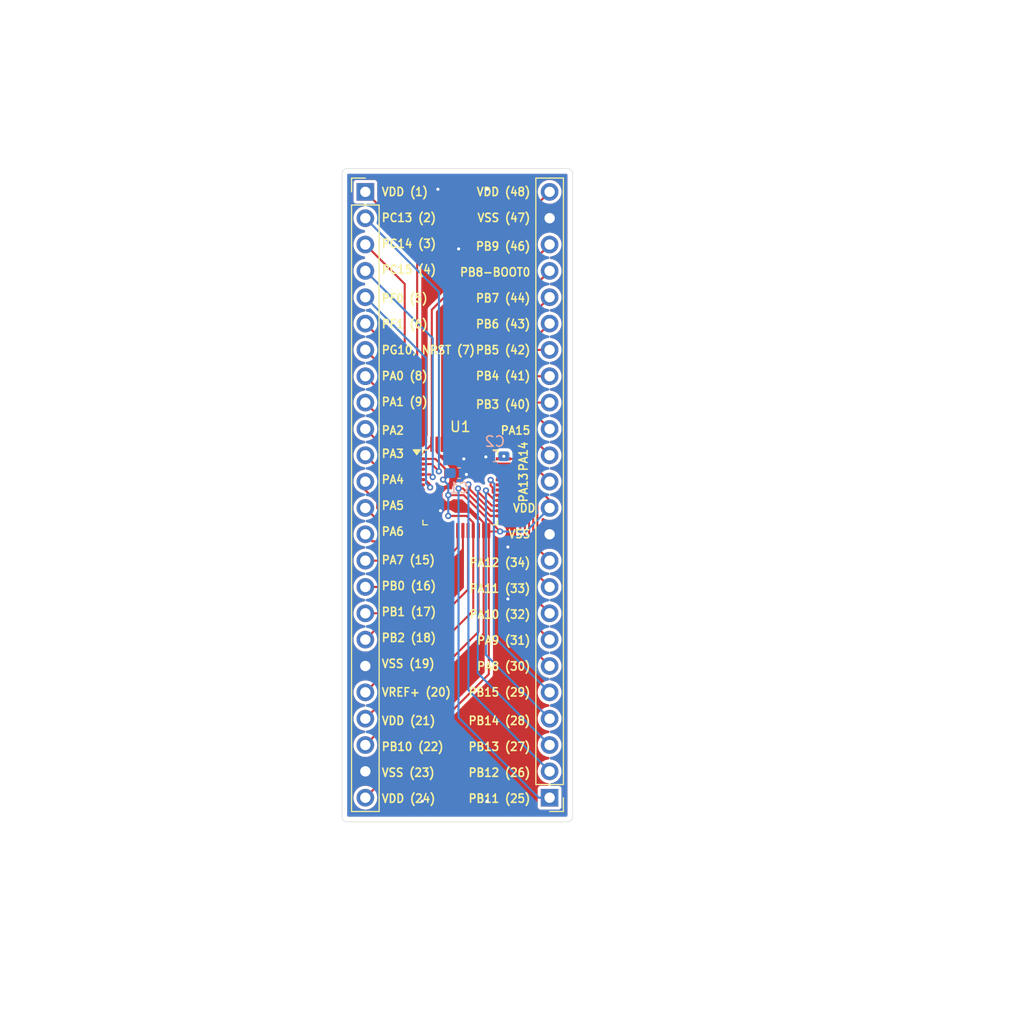
<source format=kicad_pcb>
(kicad_pcb (version 20240108) (generator "pcbnew") (generator_version "8.0")
  (layers (0 "F.Cu" signal) (31 "B.Cu" signal) (34 "B.Paste" user) (35 "F.Paste" user) (36 "B.SilkS" user "B.Silkscreen") (37 "F.SilkS" user "F.Silkscreen") (38 "B.Mask" user) (39 "F.Mask" user) (44 "Edge.Cuts" user))
  (net 0 "")
  (net 1 "Net-(J1-Pin_13)")
  (net 2 "/7")
  (net 3 "Net-(J1-Pin_10)")
  (net 4 "/22")
  (net 5 "Net-(J1-Pin_8)")
  (net 6 "/5")
  (net 7 "/17")
  (net 8 "/2")
  (net 9 "/3")
  (net 10 "Net-(J1-Pin_11)")
  (net 11 "Net-(J1-Pin_15)")
  (net 12 "Net-(J1-Pin_9)")
  (net 13 "Net-(J1-Pin_14)")
  (net 14 "/16")
  (net 15 "/6")
  (net 16 "/18")
  (net 17 "Net-(J1-Pin_12)")
  (net 18 "/4")
  (net 19 "/20")
  (net 20 "/26")
  (net 21 "/25")
  (net 22 "/30")
  (net 23 "/46")
  (net 24 "/45")
  (net 25 "/33")
  (net 26 "/27")
  (net 27 "/32")
  (net 28 "/28")
  (net 29 "/41")
  (net 30 "/37")
  (net 31 "/31")
  (net 32 "/34")
  (net 33 "/29")
  (net 34 "/44")
  (net 35 "/39")
  (net 36 "/40")
  (net 37 "/42")
  (net 38 "/43")
  (net 39 "/38")
  (net 40 "GND")
  (net 41 "VDD")
  (footprint "Connector_PinHeader_2.54mm:PinHeader_1x24_P2.54mm_Vertical" (layer "F.Cu") (at 130 50)
    (property "Reference" "J1" (hide yes))
    (property "Value" "Rail Left")
    (fp_line (start -1.33 -1.33) (end 0 -1.33) (stroke (width 0.12)) (layer "F.SilkS"))
    (fp_line (start -1.33 0) (end -1.33 -1.33) (stroke (width 0.12)) (layer "F.SilkS"))
    (fp_line (start -1.33 1.27) (end -1.33 59.75) (stroke (width 0.12)) (layer "F.SilkS"))
    (fp_line (start -1.33 1.27) (end 1.33 1.27) (stroke (width 0.12)) (layer "F.SilkS"))
    (fp_line (start -1.33 59.75) (end 1.33 59.75) (stroke (width 0.12)) (layer "F.SilkS"))
    (fp_line (start 1.33 1.27) (end 1.33 59.75) (stroke (width 0.12)) (layer "F.SilkS"))
    (pad "1" thru_hole rect (at 0 0) (size 1.7 1.7) (drill 1) (layers "*.Cu" "*.Mask") (net 41 "VDD"))
    (pad "2" thru_hole oval (at 0 2.54) (size 1.7 1.7) (drill 1) (layers "*.Cu" "*.Mask") (net 8 "/2"))
    (pad "3" thru_hole oval (at 0 5.08) (size 1.7 1.7) (drill 1) (layers "*.Cu" "*.Mask") (net 9 "/3"))
    (pad "4" thru_hole oval (at 0 7.62) (size 1.7 1.7) (drill 1) (layers "*.Cu" "*.Mask") (net 18 "/4"))
    (pad "5" thru_hole oval (at 0 10.16) (size 1.7 1.7) (drill 1) (layers "*.Cu" "*.Mask") (net 6 "/5"))
    (pad "6" thru_hole oval (at 0 12.7) (size 1.7 1.7) (drill 1) (layers "*.Cu" "*.Mask") (net 15 "/6"))
    (pad "7" thru_hole oval (at 0 15.24) (size 1.7 1.7) (drill 1) (layers "*.Cu" "*.Mask") (net 2 "/7"))
    (pad "8" thru_hole oval (at 0 17.78) (size 1.7 1.7) (drill 1) (layers "*.Cu" "*.Mask") (net 5 "Net-(J1-Pin_8)"))
    (pad "9" thru_hole oval (at 0 20.32) (size 1.7 1.7) (drill 1) (layers "*.Cu" "*.Mask") (net 12 "Net-(J1-Pin_9)"))
    (pad "10" thru_hole oval (at 0 22.86) (size 1.7 1.7) (drill 1) (layers "*.Cu" "*.Mask") (net 3 "Net-(J1-Pin_10)"))
    (pad "11" thru_hole oval (at 0 25.4) (size 1.7 1.7) (drill 1) (layers "*.Cu" "*.Mask") (net 10 "Net-(J1-Pin_11)"))
    (pad "12" thru_hole oval (at 0 27.94) (size 1.7 1.7) (drill 1) (layers "*.Cu" "*.Mask") (net 17 "Net-(J1-Pin_12)"))
    (pad "13" thru_hole oval (at 0 30.48) (size 1.7 1.7) (drill 1) (layers "*.Cu" "*.Mask") (net 1 "Net-(J1-Pin_13)"))
    (pad "14" thru_hole oval (at 0 33.02) (size 1.7 1.7) (drill 1) (layers "*.Cu" "*.Mask") (net 13 "Net-(J1-Pin_14)"))
    (pad "15" thru_hole oval (at 0 35.56) (size 1.7 1.7) (drill 1) (layers "*.Cu" "*.Mask") (net 11 "Net-(J1-Pin_15)"))
    (pad "16" thru_hole oval (at 0 38.1) (size 1.7 1.7) (drill 1) (layers "*.Cu" "*.Mask") (net 14 "/16"))
    (pad "17" thru_hole oval (at 0 40.64) (size 1.7 1.7) (drill 1) (layers "*.Cu" "*.Mask") (net 7 "/17"))
    (pad "18" thru_hole oval (at 0 43.18) (size 1.7 1.7) (drill 1) (layers "*.Cu" "*.Mask") (net 16 "/18"))
    (pad "19" thru_hole oval (at 0 45.72) (size 1.7 1.7) (drill 1) (layers "*.Cu" "*.Mask") (net 40 "GND"))
    (pad "20" thru_hole oval (at 0 48.26) (size 1.7 1.7) (drill 1) (layers "*.Cu" "*.Mask") (net 19 "/20"))
    (pad "21" thru_hole oval (at 0 50.8) (size 1.7 1.7) (drill 1) (layers "*.Cu" "*.Mask") (net 41 "VDD"))
    (pad "22" thru_hole oval (at 0 53.34) (size 1.7 1.7) (drill 1) (layers "*.Cu" "*.Mask") (net 4 "/22"))
    (pad "23" thru_hole oval (at 0 55.88) (size 1.7 1.7) (drill 1) (layers "*.Cu" "*.Mask") (net 40 "GND"))
    (pad "24" thru_hole oval (at 0 58.42) (size 1.7 1.7) (drill 1) (layers "*.Cu" "*.Mask") (net 41 "VDD"))
  )
  (footprint "Connector_PinHeader_2.54mm:PinHeader_1x24_P2.54mm_Vertical" (layer "F.Cu") (at 147.78 50 180)
    (property "Reference" "J2" (hide yes))
    (property "Value" "Rail Right")
    (fp_line (start 1.33 -57.15) (end 1.33 1.33) (stroke (width 0.12)) (layer "F.SilkS"))
    (fp_line (start -1.33 1.33) (end 1.33 1.33) (stroke (width 0.12)) (layer "F.SilkS"))
    (fp_line (start -1.33 -57.15) (end 1.33 -57.15) (stroke (width 0.12)) (layer "F.SilkS"))
    (fp_line (start -1.33 -57.15) (end -1.33 1.33) (stroke (width 0.12)) (layer "F.SilkS"))
    (fp_line (start -1.33 -58.42) (end -1.33 -59.75) (stroke (width 0.12)) (layer "F.SilkS"))
    (fp_line (start -1.33 -59.75) (end 0 -59.75) (stroke (width 0.12)) (layer "F.SilkS"))
    (pad "1" thru_hole rect (at 0 -58.42 180) (size 1.7 1.7) (drill 1) (layers "*.Cu" "*.Mask") (net 21 "/25"))
    (pad "2" thru_hole oval (at 0 -55.88 180) (size 1.7 1.7) (drill 1) (layers "*.Cu" "*.Mask") (net 20 "/26"))
    (pad "3" thru_hole oval (at 0 -53.34 180) (size 1.7 1.7) (drill 1) (layers "*.Cu" "*.Mask") (net 26 "/27"))
    (pad "4" thru_hole oval (at 0 -50.8 180) (size 1.7 1.7) (drill 1) (layers "*.Cu" "*.Mask") (net 28 "/28"))
    (pad "5" thru_hole oval (at 0 -48.26 180) (size 1.7 1.7) (drill 1) (layers "*.Cu" "*.Mask") (net 33 "/29"))
    (pad "6" thru_hole oval (at 0 -45.72 180) (size 1.7 1.7) (drill 1) (layers "*.Cu" "*.Mask") (net 22 "/30"))
    (pad "7" thru_hole oval (at 0 -43.18 180) (size 1.7 1.7) (drill 1) (layers "*.Cu" "*.Mask") (net 31 "/31"))
    (pad "8" thru_hole oval (at 0 -40.64 180) (size 1.7 1.7) (drill 1) (layers "*.Cu" "*.Mask") (net 27 "/32"))
    (pad "9" thru_hole oval (at 0 -38.1 180) (size 1.7 1.7) (drill 1) (layers "*.Cu" "*.Mask") (net 25 "/33"))
    (pad "10" thru_hole oval (at 0 -35.56 180) (size 1.7 1.7) (drill 1) (layers "*.Cu" "*.Mask") (net 32 "/34"))
    (pad "11" thru_hole oval (at 0 -33.02 180) (size 1.7 1.7) (drill 1) (layers "*.Cu" "*.Mask") (net 40 "GND"))
    (pad "12" thru_hole oval (at 0 -30.48 180) (size 1.7 1.7) (drill 1) (layers "*.Cu" "*.Mask") (net 41 "VDD"))
    (pad "13" thru_hole oval (at 0 -27.94 180) (size 1.7 1.7) (drill 1) (layers "*.Cu" "*.Mask") (net 30 "/37"))
    (pad "14" thru_hole oval (at 0 -25.4 180) (size 1.7 1.7) (drill 1) (layers "*.Cu" "*.Mask") (net 39 "/38"))
    (pad "15" thru_hole oval (at 0 -22.86 180) (size 1.7 1.7) (drill 1) (layers "*.Cu" "*.Mask") (net 35 "/39"))
    (pad "16" thru_hole oval (at 0 -20.32 180) (size 1.7 1.7) (drill 1) (layers "*.Cu" "*.Mask") (net 36 "/40"))
    (pad "17" thru_hole oval (at 0 -17.78 180) (size 1.7 1.7) (drill 1) (layers "*.Cu" "*.Mask") (net 29 "/41"))
    (pad "18" thru_hole oval (at 0 -15.24 180) (size 1.7 1.7) (drill 1) (layers "*.Cu" "*.Mask") (net 37 "/42"))
    (pad "19" thru_hole oval (at 0 -12.7 180) (size 1.7 1.7) (drill 1) (layers "*.Cu" "*.Mask") (net 38 "/43"))
    (pad "20" thru_hole oval (at 0 -10.16 180) (size 1.7 1.7) (drill 1) (layers "*.Cu" "*.Mask") (net 34 "/44"))
    (pad "21" thru_hole oval (at 0 -7.62 180) (size 1.7 1.7) (drill 1) (layers "*.Cu" "*.Mask") (net 24 "/45"))
    (pad "22" thru_hole oval (at 0 -5.08 180) (size 1.7 1.7) (drill 1) (layers "*.Cu" "*.Mask") (net 23 "/46"))
    (pad "23" thru_hole oval (at 0 -2.54 180) (size 1.7 1.7) (drill 1) (layers "*.Cu" "*.Mask") (net 40 "GND"))
    (pad "24" thru_hole oval (at 0 0 180) (size 1.7 1.7) (drill 1) (layers "*.Cu" "*.Mask") (net 41 "VDD"))
  )
  (footprint "Package_QFP:LQFP-48_7x7mm_P0.5mm" (layer "F.Cu") (at 139.1625 78.5)
    (property "Reference" "U1" (at 0 -5.85 0) (layer "F.SilkS"))
    (property "Value" "STM32G431CBTx")
    (fp_line (start -3.61 -3.61) (end -3.61 -3.16) (stroke (width 0.12)) (layer "F.SilkS"))
    (fp_line (start -3.61 3.61) (end -3.61 3.16) (stroke (width 0.12)) (layer "F.SilkS"))
    (fp_line (start -3.16 -3.61) (end -3.61 -3.61) (stroke (width 0.12)) (layer "F.SilkS"))
    (fp_line (start -3.16 3.61) (end -3.61 3.61) (stroke (width 0.12)) (layer "F.SilkS"))
    (fp_line (start 3.16 -3.61) (end 3.61 -3.61) (stroke (width 0.12)) (layer "F.SilkS"))
    (fp_line (start 3.16 3.61) (end 3.61 3.61) (stroke (width 0.12)) (layer "F.SilkS"))
    (fp_line (start 3.61 -3.61) (end 3.61 -3.16) (stroke (width 0.12)) (layer "F.SilkS"))
    (fp_line (start 3.61 3.61) (end 3.61 3.16) (stroke (width 0.12)) (layer "F.SilkS"))
    (fp_poly (pts (xy -4.2 -3.16) (xy -4.54 -3.63) (xy -3.86 -3.63) (xy -4.2 -3.16)) (stroke (width 0.12)) (fill solid) (layer "F.SilkS"))
    (pad "1" smd roundrect (at -4.1625 -2.75) (size 1.475 0.3) (layers "F.Cu" "F.Paste" "F.Mask") (net 41 "VDD"))
    (pad "2" smd roundrect (at -4.1625 -2.25) (size 1.475 0.3) (layers "F.Cu" "F.Paste" "F.Mask") (net 8 "/2"))
    (pad "3" smd roundrect (at -4.1625 -1.75) (size 1.475 0.3) (layers "F.Cu" "F.Paste" "F.Mask") (net 9 "/3"))
    (pad "4" smd roundrect (at -4.1625 -1.25) (size 1.475 0.3) (layers "F.Cu" "F.Paste" "F.Mask") (net 18 "/4"))
    (pad "5" smd roundrect (at -4.1625 -0.75) (size 1.475 0.3) (layers "F.Cu" "F.Paste" "F.Mask") (net 6 "/5"))
    (pad "6" smd roundrect (at -4.1625 -0.25) (size 1.475 0.3) (layers "F.Cu" "F.Paste" "F.Mask") (net 15 "/6"))
    (pad "7" smd roundrect (at -4.1625 0.25) (size 1.475 0.3) (layers "F.Cu" "F.Paste" "F.Mask") (net 2 "/7"))
    (pad "8" smd roundrect (at -4.1625 0.75) (size 1.475 0.3) (layers "F.Cu" "F.Paste" "F.Mask") (net 5 "Net-(J1-Pin_8)"))
    (pad "9" smd roundrect (at -4.1625 1.25) (size 1.475 0.3) (layers "F.Cu" "F.Paste" "F.Mask") (net 12 "Net-(J1-Pin_9)"))
    (pad "10" smd roundrect (at -4.1625 1.75) (size 1.475 0.3) (layers "F.Cu" "F.Paste" "F.Mask") (net 3 "Net-(J1-Pin_10)"))
    (pad "11" smd roundrect (at -4.1625 2.25) (size 1.475 0.3) (layers "F.Cu" "F.Paste" "F.Mask") (net 10 "Net-(J1-Pin_11)"))
    (pad "12" smd roundrect (at -4.1625 2.75) (size 1.475 0.3) (layers "F.Cu" "F.Paste" "F.Mask") (net 17 "Net-(J1-Pin_12)"))
    (pad "13" smd roundrect (at -2.75 4.1625) (size 0.3 1.475) (layers "F.Cu" "F.Paste" "F.Mask") (net 1 "Net-(J1-Pin_13)"))
    (pad "14" smd roundrect (at -2.25 4.1625) (size 0.3 1.475) (layers "F.Cu" "F.Paste" "F.Mask") (net 13 "Net-(J1-Pin_14)"))
    (pad "15" smd roundrect (at -1.75 4.1625) (size 0.3 1.475) (layers "F.Cu" "F.Paste" "F.Mask") (net 11 "Net-(J1-Pin_15)"))
    (pad "16" smd roundrect (at -1.25 4.1625) (size 0.3 1.475) (layers "F.Cu" "F.Paste" "F.Mask") (net 14 "/16"))
    (pad "17" smd roundrect (at -0.75 4.1625) (size 0.3 1.475) (layers "F.Cu" "F.Paste" "F.Mask") (net 7 "/17"))
    (pad "18" smd roundrect (at -0.25 4.1625) (size 0.3 1.475) (layers "F.Cu" "F.Paste" "F.Mask") (net 16 "/18"))
    (pad "19" smd roundrect (at 0.25 4.1625) (size 0.3 1.475) (layers "F.Cu" "F.Paste" "F.Mask") (net 40 "GND"))
    (pad "20" smd roundrect (at 0.75 4.1625) (size 0.3 1.475) (layers "F.Cu" "F.Paste" "F.Mask") (net 19 "/20"))
    (pad "21" smd roundrect (at 1.25 4.1625) (size 0.3 1.475) (layers "F.Cu" "F.Paste" "F.Mask") (net 41 "VDD"))
    (pad "22" smd roundrect (at 1.75 4.1625) (size 0.3 1.475) (layers "F.Cu" "F.Paste" "F.Mask") (net 4 "/22"))
    (pad "23" smd roundrect (at 2.25 4.1625) (size 0.3 1.475) (layers "F.Cu" "F.Paste" "F.Mask") (net 40 "GND"))
    (pad "24" smd roundrect (at 2.75 4.1625) (size 0.3 1.475) (layers "F.Cu" "F.Paste" "F.Mask") (net 41 "VDD"))
    (pad "25" smd roundrect (at 4.1625 2.75) (size 1.475 0.3) (layers "F.Cu" "F.Paste" "F.Mask") (net 21 "/25"))
    (pad "26" smd roundrect (at 4.1625 2.25) (size 1.475 0.3) (layers "F.Cu" "F.Paste" "F.Mask") (net 20 "/26"))
    (pad "27" smd roundrect (at 4.1625 1.75) (size 1.475 0.3) (layers "F.Cu" "F.Paste" "F.Mask") (net 26 "/27"))
    (pad "28" smd roundrect (at 4.1625 1.25) (size 1.475 0.3) (layers "F.Cu" "F.Paste" "F.Mask") (net 28 "/28"))
    (pad "29" smd roundrect (at 4.1625 0.75) (size 1.475 0.3) (layers "F.Cu" "F.Paste" "F.Mask") (net 33 "/29"))
    (pad "30" smd roundrect (at 4.1625 0.25) (size 1.475 0.3) (layers "F.Cu" "F.Paste" "F.Mask") (net 22 "/30"))
    (pad "31" smd roundrect (at 4.1625 -0.25) (size 1.475 0.3) (layers "F.Cu" "F.Paste" "F.Mask") (net 31 "/31"))
    (pad "32" smd roundrect (at 4.1625 -0.75) (size 1.475 0.3) (layers "F.Cu" "F.Paste" "F.Mask") (net 27 "/32"))
    (pad "33" smd roundrect (at 4.1625 -1.25) (size 1.475 0.3) (layers "F.Cu" "F.Paste" "F.Mask") (net 25 "/33"))
    (pad "34" smd roundrect (at 4.1625 -1.75) (size 1.475 0.3) (layers "F.Cu" "F.Paste" "F.Mask") (net 32 "/34"))
    (pad "35" smd roundrect (at 4.1625 -2.25) (size 1.475 0.3) (layers "F.Cu" "F.Paste" "F.Mask") (net 40 "GND"))
    (pad "36" smd roundrect (at 4.1625 -2.75) (size 1.475 0.3) (layers "F.Cu" "F.Paste" "F.Mask") (net 41 "VDD"))
    (pad "37" smd roundrect (at 2.75 -4.1625) (size 0.3 1.475) (layers "F.Cu" "F.Paste" "F.Mask") (net 30 "/37"))
    (pad "38" smd roundrect (at 2.25 -4.1625) (size 0.3 1.475) (layers "F.Cu" "F.Paste" "F.Mask") (net 39 "/38"))
    (pad "39" smd roundrect (at 1.75 -4.1625) (size 0.3 1.475) (layers "F.Cu" "F.Paste" "F.Mask") (net 35 "/39"))
    (pad "40" smd roundrect (at 1.25 -4.1625) (size 0.3 1.475) (layers "F.Cu" "F.Paste" "F.Mask") (net 36 "/40"))
    (pad "41" smd roundrect (at 0.75 -4.1625) (size 0.3 1.475) (layers "F.Cu" "F.Paste" "F.Mask") (net 29 "/41"))
    (pad "42" smd roundrect (at 0.25 -4.1625) (size 0.3 1.475) (layers "F.Cu" "F.Paste" "F.Mask") (net 37 "/42"))
    (pad "43" smd roundrect (at -0.25 -4.1625) (size 0.3 1.475) (layers "F.Cu" "F.Paste" "F.Mask") (net 38 "/43"))
    (pad "44" smd roundrect (at -0.75 -4.1625) (size 0.3 1.475) (layers "F.Cu" "F.Paste" "F.Mask") (net 34 "/44"))
    (pad "45" smd roundrect (at -1.25 -4.1625) (size 0.3 1.475) (layers "F.Cu" "F.Paste" "F.Mask") (net 24 "/45"))
    (pad "46" smd roundrect (at -1.75 -4.1625) (size 0.3 1.475) (layers "F.Cu" "F.Paste" "F.Mask") (net 23 "/46"))
    (pad "47" smd roundrect (at -2.25 -4.1625) (size 0.3 1.475) (layers "F.Cu" "F.Paste" "F.Mask") (net 40 "GND"))
    (pad "48" smd roundrect (at -2.75 -4.1625) (size 0.3 1.475) (layers "F.Cu" "F.Paste" "F.Mask") (net 41 "VDD"))
  )
  (footprint "Capacitor_SMD:C_0603_1608Metric_Pad1.08x0.95mm_HandSolder" (layer "B.Cu") (at 139.044945 77.122811)
    (property "Reference" "C1" (at 0 1.43 360) (layer "B.SilkS") (effects (justify mirror)))
    (property "Value" "C")
    (fp_line (start 0.146267 -0.51) (end -0.146267 -0.51) (stroke (width 0.12)) (layer "B.SilkS"))
    (fp_line (start 0.146267 0.51) (end -0.146267 0.51) (stroke (width 0.12)) (layer "B.SilkS"))
    (pad "1" smd roundrect (at -0.8625 0) (size 1.075 0.95) (layers "B.Cu" "B.Paste" "B.Mask") (net 41 "VDD"))
    (pad "2" smd roundrect (at 0.8625 0) (size 1.075 0.95) (layers "B.Cu" "B.Paste" "B.Mask") (net 40 "GND"))
  )
  (footprint "Capacitor_SMD:C_0603_1608Metric_Pad1.08x0.95mm_HandSolder" (layer "B.Cu") (at 142.5 75.5 180)
    (property "Reference" "C2" (at 0 1.43 0) (layer "B.SilkS") (effects (justify mirror)))
    (property "Value" "C")
    (fp_line (start 0.146267 0.51) (end -0.146267 0.51) (stroke (width 0.12)) (layer "B.SilkS"))
    (fp_line (start 0.146267 -0.51) (end -0.146267 -0.51) (stroke (width 0.12)) (layer "B.SilkS"))
    (pad "1" smd roundrect (at -0.8625 0 180) (size 1.075 0.95) (layers "B.Cu" "B.Paste" "B.Mask") (net 41 "VDD"))
    (pad "2" smd roundrect (at 0.8625 0 180) (size 1.075 0.95) (layers "B.Cu" "B.Paste" "B.Mask") (net 40 "GND"))
  )
  (gr_arc (start 128.25 110.75) (mid 127.896447 110.603553) (end 127.75 110.25) (stroke (width 0.05)) (layer "Edge.Cuts"))
  (gr_arc (start 149.5 47.75) (mid 149.853553 47.896447) (end 150 48.25) (stroke (width 0.05)) (layer "Edge.Cuts"))
  (gr_arc (start 127.75 48.25) (mid 127.896447 47.896447) (end 128.25 47.75) (stroke (width 0.05)) (layer "Edge.Cuts"))
  (gr_line (start 127.75 48.25) (end 127.75 110.25) (stroke (width 0.05)) (layer "Edge.Cuts"))
  (gr_arc (start 150 110.25) (mid 149.853553 110.603553) (end 149.5 110.75) (stroke (width 0.05)) (layer "Edge.Cuts"))
  (gr_line (start 150 110.25) (end 150 48.25) (stroke (width 0.05)) (layer "Edge.Cuts"))
  (gr_line (start 128.25 110.75) (end 149.5 110.75) (stroke (width 0.05)) (layer "Edge.Cuts"))
  (gr_line (start 149.5 47.75) (end 128.25 47.75) (stroke (width 0.05)) (layer "Edge.Cuts"))
  (gr_text "PC15 (4)" (at 131.5 57.5 0) (layer "F.SilkS") (effects (font (size 0.8 0.75) (thickness 0.15) (bold yes)) (justify left)))
  (gr_text "VDD (21)" (at 131.5 101 0) (layer "F.SilkS") (effects (font (size 0.8 0.75) (thickness 0.15) (bold yes)) (justify left)))
  (gr_text "PA6\n" (at 131.5 82.75 0) (layer "F.SilkS") (effects (font (size 0.8 0.75) (thickness 0.15) (bold yes)) (justify left)))
  (gr_text "VREF+ (20)" (at 131.5 98.25 0) (layer "F.SilkS") (effects (font (size 0.8 0.75) (thickness 0.15) (bold yes)) (justify left)))
  (gr_text "PA0 (8)" (at 131.5 67.75 0) (layer "F.SilkS") (effects (font (size 0.8 0.75) (thickness 0.15) (bold yes)) (justify left)))
  (gr_text "PB5 (42)" (at 146 65.25 0) (layer "F.SilkS") (effects (font (size 0.8 0.75) (thickness 0.15) (bold yes)) (justify right)))
  (gr_text "PA3" (at 131.5 75.25 0) (layer "F.SilkS") (effects (font (size 0.8 0.75) (thickness 0.15) (bold yes)) (justify left)))
  (gr_text "PA9 (31)\n" (at 146 93.25 0) (layer "F.SilkS") (effects (font (size 0.8 0.75) (thickness 0.15) (bold yes)) (justify right)))
  (gr_text "PF0 (5)" (at 131.5 60.25 0) (layer "F.SilkS") (effects (font (size 0.8 0.75) (thickness 0.15) (bold yes)) (justify left)))
  (gr_text "PG10, NRST (7)" (at 131.5 65.25 0) (layer "F.SilkS") (effects (font (size 0.8 0.75) (thickness 0.15) (bold yes)) (justify left)))
  (gr_text "VDD (48)" (at 146 50 0) (layer "F.SilkS") (effects (font (size 0.8 0.75) (thickness 0.15) (bold yes)) (justify right)))
  (gr_text "PF1 (6)" (at 131.5 62.75 0) (layer "F.SilkS") (effects (font (size 0.8 0.75) (thickness 0.15) (bold yes)) (justify left)))
  (gr_text "PA7 (15)" (at 131.5 85.5 0) (layer "F.SilkS") (effects (font (size 0.8 0.75) (thickness 0.15) (bold yes)) (justify left)))
  (gr_text "VDD (24)" (at 131.5 108.5 0) (layer "F.SilkS") (effects (font (size 0.8 0.75) (thickness 0.15) (bold yes)) (justify left)))
  (gr_text "PB1 (17)" (at 131.5 90.5 0) (layer "F.SilkS") (effects (font (size 0.8 0.75) (thickness 0.15) (bold yes)) (justify left)))
  (gr_text "VDD (1)" (at 131.5 50 0) (layer "F.SilkS") (effects (font (size 0.8 0.75) (thickness 0.15) (bold yes)) (justify left)))
  (gr_text "PB4 (41)" (at 146 67.75 0) (layer "F.SilkS") (effects (font (size 0.8 0.75) (thickness 0.15) (bold yes)) (justify right)))
  (gr_text "PA14" (at 145.25 74 90) (layer "F.SilkS") (effects (font (size 0.8 0.75) (thickness 0.15) (bold yes)) (justify right)))
  (gr_text "VSS (19)" (at 131.5 95.5 0) (layer "F.SilkS") (effects (font (size 0.8 0.75) (thickness 0.15) (bold yes)) (justify left)))
  (gr_text "PB15 (29)" (at 146 98.25 0) (layer "F.SilkS") (effects (font (size 0.8 0.75) (thickness 0.15) (bold yes)) (justify right)))
  (gr_text "PB8-BOOT0" (at 146 57.75 0) (layer "F.SilkS") (effects (font (size 0.8 0.75) (thickness 0.15) (bold yes)) (justify right)))
  (gr_text "PC13 (2)" (at 131.5 52.5 0) (layer "F.SilkS") (effects (font (size 0.8 0.75) (thickness 0.15) (bold yes)) (justify left)))
  (gr_text "PA2" (at 131.5 73 0) (layer "F.SilkS") (effects (font (size 0.8 0.75) (thickness 0.15) (bold yes)) (justify left)))
  (gr_text "PA13\n" (at 145.25 77 90) (layer "F.SilkS") (effects (font (size 0.8 0.75) (thickness 0.15) (bold yes)) (justify right)))
  (gr_text "PB13 (27)" (at 146 103.5 0) (layer "F.SilkS") (effects (font (size 0.8 0.75) (thickness 0.15) (bold yes)) (justify right)))
  (gr_text "PC14 (3)" (at 131.5 55 0) (layer "F.SilkS") (effects (font (size 0.8 0.75) (thickness 0.15) (bold yes)) (justify left)))
  (gr_text "VDD" (at 146.5 80.5 0) (layer "F.SilkS") (effects (font (size 0.8 0.75) (thickness 0.15) (bold yes)) (justify right)))
  (gr_text "VSS (23)" (at 131.5 106 0) (layer "F.SilkS") (effects (font (size 0.8 0.75) (thickness 0.15) (bold yes)) (justify left)))
  (gr_text "PB11 (25)" (at 146 108.5 0) (layer "F.SilkS") (effects (font (size 0.8 0.75) (thickness 0.15) (bold yes)) (justify right)))
  (gr_text "PA15" (at 146 73 0) (layer "F.SilkS") (effects (font (size 0.8 0.75) (thickness 0.15) (bold yes)) (justify right)))
  (gr_text "PA12 (34)" (at 146 85.75 0) (layer "F.SilkS") (effects (font (size 0.8 0.75) (thickness 0.15) (bold yes)) (justify right)))
  (gr_text "PB7 (44)" (at 146 60.25 0) (layer "F.SilkS") (effects (font (size 0.8 0.75) (thickness 0.15) (bold yes)) (justify right)))
  (gr_text "PB12 (26)" (at 146 106 0) (layer "F.SilkS") (effects (font (size 0.8 0.75) (thickness 0.15) (bold yes)) (justify right)))
  (gr_text "PB3 (40)" (at 146 70.5 0) (layer "F.SilkS") (effects (font (size 0.8 0.75) (thickness 0.15) (bold yes)) (justify right)))
  (gr_text "PA1 (9)" (at 131.5 70.25 0) (layer "F.SilkS") (effects (font (size 0.8 0.75) (thickness 0.15) (bold yes)) (justify left)))
  (gr_text "PA10 (32)" (at 146 90.75 0) (layer "F.SilkS") (effects (font (size 0.8 0.75) (thickness 0.15) (bold yes)) (justify right)))
  (gr_text "PB0 (16)" (at 131.5 88 0) (layer "F.SilkS") (effects (font (size 0.8 0.75) (thickness 0.15) (bold yes)) (justify left)))
  (gr_text "PB10 (22)" (at 131.5 103.5 0) (layer "F.SilkS") (effects (font (size 0.8 0.75) (thickness 0.15) (bold yes)) (justify left)))
  (gr_text "PB14 (28)" (at 146 101 0) (layer "F.SilkS") (effects (font (size 0.8 0.75) (thickness 0.15) (bold yes)) (justify right)))
  (gr_text "PB9 (46)" (at 146 55.25 0) (layer "F.SilkS") (effects (font (size 0.8 0.75) (thickness 0.15) (bold yes)) (justify right)))
  (gr_text "PA4" (at 131.5 77.75 0) (layer "F.SilkS") (effects (font (size 0.8 0.75) (thickness 0.15) (bold yes)) (justify left)))
  (gr_text "VSS" (at 146 83 0) (layer "F.SilkS") (effects (font (size 0.8 0.75) (thickness 0.15) (bold yes)) (justify right)))
  (gr_text "VSS (47)" (at 146 52.5 0) (layer "F.SilkS") (effects (font (size 0.8 0.75) (thickness 0.15) (bold yes)) (justify right)))
  (gr_text "PA8 (30)" (at 146 95.75 0) (layer "F.SilkS") (effects (font (size 0.8 0.75) (thickness 0.15) (bold yes)) (justify right)))
  (gr_text "PA5" (at 131.5 80.25 0) (layer "F.SilkS") (effects (font (size 0.8 0.75) (thickness 0.15) (bold yes)) (justify left)))
  (gr_text "PB2 (18)" (at 131.5 93 0) (layer "F.SilkS") (effects (font (size 0.8 0.75) (thickness 0.15) (bold yes)) (justify left)))
  (gr_text "PA11 (33)" (at 146 88.25 0) (layer "F.SilkS") (effects (font (size 0.8 0.75) (thickness 0.15) (bold yes)) (justify right)))
  (gr_text "PB6 (43)" (at 146 62.75 0) (layer "F.SilkS") (effects (font (size 0.8 0.75) (thickness 0.15) (bold yes)) (justify right)))
  (segment (start 136.4125 82.6625) (end 132.1825 82.6625) (width 0.2) (layer "F.Cu") (net 1))
  (segment (start 132.1825 82.6625) (end 130 80.48) (width 0.2) (layer "F.Cu") (net 1))
  (segment (start 133 77.75) (end 133 68.24) (width 0.2) (layer "F.Cu") (net 2))
  (segment (start 133 68.24) (end 130 65.24) (width 0.2) (layer "F.Cu") (net 2))
  (segment (start 135 78.75) (end 134 78.75) (width 0.2) (layer "F.Cu") (net 2))
  (segment (start 134 78.75) (end 133 77.75) (width 0.2) (layer "F.Cu") (net 2))
  (segment (start 135 80.25) (end 133.802942 80.25) (width 0.2) (layer "F.Cu") (net 3))
  (segment (start 133.802942 80.25) (end 131.8 78.247058) (width 0.2) (layer "F.Cu") (net 3))
  (segment (start 131.8 78.247058) (end 131.8 74.66) (width 0.2) (layer "F.Cu") (net 3))
  (segment (start 131.8 74.66) (end 130 72.86) (width 0.2) (layer "F.Cu") (net 3))
  (segment (start 140.9125 92.4275) (end 130 103.34) (width 0.2) (layer "F.Cu") (net 4))
  (segment (start 140.9125 82.6625) (end 140.9125 92.4275) (width 0.2) (layer "F.Cu") (net 4))
  (segment (start 135 79.25) (end 133.934314 79.25) (width 0.2) (layer "F.Cu") (net 5))
  (segment (start 132.6 77.915686) (end 132.6 70.38) (width 0.2) (layer "F.Cu") (net 5))
  (segment (start 133.934314 79.25) (end 132.6 77.915686) (width 0.2) (layer "F.Cu") (net 5))
  (segment (start 132.6 70.38) (end 130 67.78) (width 0.2) (layer "F.Cu") (net 5))
  (segment (start 135 77.75) (end 135.76991 77.75) (width 0.2) (layer "F.Cu") (net 6))
  (segment (start 135.76991 77.75) (end 136.25 78.23009) (width 0.2) (layer "F.Cu") (net 6))
  (segment (start 136.25 78.23009) (end 136.25 78.5) (width 0.2) (layer "F.Cu") (net 6))
  (via (at 136.25 78.5) (size 0.6) (drill 0.3) (layers "F.Cu" "B.Cu") (net 6))
  (segment (start 135.85 66.01) (end 130 60.16) (width 0.2) (layer "B.Cu") (net 6))
  (segment (start 135.85 78.1) (end 135.85 66.01) (width 0.2) (layer "B.Cu") (net 6))
  (segment (start 136.25 78.5) (end 135.85 78.1) (width 0.2) (layer "B.Cu") (net 6))
  (segment (start 138.4125 83.718871) (end 131.491371 90.64) (width 0.2) (layer "F.Cu") (net 7))
  (segment (start 131.491371 90.64) (end 130 90.64) (width 0.2) (layer "F.Cu") (net 7))
  (segment (start 138.4125 82.6625) (end 138.4125 83.718871) (width 0.2) (layer "F.Cu") (net 7))
  (segment (start 135 76.25) (end 136.406383 76.25) (width 0.2) (layer "F.Cu") (net 8))
  (segment (start 136.406383 76.25) (end 137.1 76.943617) (width 0.2) (layer "F.Cu") (net 8))
  (via (at 137.1 76.943617) (size 0.6) (drill 0.3) (layers "F.Cu" "B.Cu") (net 8))
  (segment (start 130 52.54) (end 137.1 59.64) (width 0.2) (layer "B.Cu") (net 8))
  (segment (start 137.1 59.64) (end 137.1 76.943617) (width 0.2) (layer "B.Cu") (net 8))
  (segment (start 133.8 76.31991) (end 133.8 58.88) (width 0.2) (layer "F.Cu") (net 9))
  (segment (start 133.8 58.88) (end 130 55.08) (width 0.2) (layer "F.Cu") (net 9))
  (segment (start 134.23009 76.75) (end 133.8 76.31991) (width 0.2) (layer "F.Cu") (net 9))
  (segment (start 135 76.75) (end 134.23009 76.75) (width 0.2) (layer "F.Cu") (net 9))
  (segment (start 131.4 78.412744) (end 131.4 76.8) (width 0.2) (layer "F.Cu") (net 10))
  (segment (start 135 80.75) (end 133.737256 80.75) (width 0.2) (layer "F.Cu") (net 10))
  (segment (start 133.737256 80.75) (end 131.4 78.412744) (width 0.2) (layer "F.Cu") (net 10))
  (segment (start 131.4 76.8) (end 130 75.4) (width 0.2) (layer "F.Cu") (net 10))
  (segment (start 137.4125 83.5875) (end 135.44 85.56) (width 0.2) (layer "F.Cu") (net 11))
  (segment (start 135.44 85.56) (end 130 85.56) (width 0.2) (layer "F.Cu") (net 11))
  (segment (start 137.4125 82.6625) (end 137.4125 83.5875) (width 0.2) (layer "F.Cu") (net 11))
  (segment (start 133.868628 79.75) (end 132.2 78.081372) (width 0.2) (layer "F.Cu") (net 12))
  (segment (start 132.2 78.081372) (end 132.2 72.52) (width 0.2) (layer "F.Cu") (net 12))
  (segment (start 135 79.75) (end 133.868628 79.75) (width 0.2) (layer "F.Cu") (net 12))
  (segment (start 132.2 72.52) (end 130 70.32) (width 0.2) (layer "F.Cu") (net 12))
  (segment (start 136.9125 82.6625) (end 136.9125 83.43241) (width 0.2) (layer "F.Cu") (net 13))
  (segment (start 136.64491 83.7) (end 130.68 83.7) (width 0.2) (layer "F.Cu") (net 13))
  (segment (start 136.9125 83.43241) (end 136.64491 83.7) (width 0.2) (layer "F.Cu") (net 13))
  (segment (start 130.68 83.7) (end 130 83.02) (width 0.2) (layer "F.Cu") (net 13))
  (segment (start 137.9125 83.653186) (end 133.465686 88.1) (width 0.2) (layer "F.Cu") (net 14))
  (segment (start 137.9125 82.6625) (end 137.9125 83.653186) (width 0.2) (layer "F.Cu") (net 14))
  (segment (start 133.465686 88.1) (end 130 88.1) (width 0.2) (layer "F.Cu") (net 14))
  (segment (start 133.4 66.1) (end 130 62.7) (width 0.2) (layer "F.Cu") (net 15))
  (segment (start 135 78.25) (end 134.23009 78.25) (width 0.2) (layer "F.Cu") (net 15))
  (segment (start 133.4 77.41991) (end 133.4 66.1) (width 0.2) (layer "F.Cu") (net 15))
  (segment (start 134.23009 78.25) (end 133.4 77.41991) (width 0.2) (layer "F.Cu") (net 15))
  (segment (start 138.9125 84.2675) (end 130 93.18) (width 0.2) (layer "F.Cu") (net 16))
  (segment (start 138.9125 82.6625) (end 138.9125 84.2675) (width 0.2) (layer "F.Cu") (net 16))
  (segment (start 130 78.765686) (end 130 77.94) (width 0.2) (layer "F.Cu") (net 17))
  (segment (start 131.15 79.915686) (end 130 78.765686) (width 0.2) (layer "F.Cu") (net 17))
  (segment (start 131.15 80.5) (end 131.15 79.915686) (width 0.2) (layer "F.Cu") (net 17))
  (segment (start 135 81.25) (end 131.9 81.25) (width 0.2) (layer "F.Cu") (net 17))
  (segment (start 131.9 81.25) (end 131.15 80.5) (width 0.2) (layer "F.Cu") (net 17))
  (segment (start 135 77.25) (end 136.25 77.25) (width 0.2) (layer "F.Cu") (net 18))
  (segment (start 136.25 77.25) (end 136.5 77.5) (width 0.2) (layer "F.Cu") (net 18))
  (via (at 136.5 77.5) (size 0.6) (drill 0.3) (layers "F.Cu" "B.Cu") (net 18))
  (segment (start 136.5 64.12) (end 130 57.62) (width 0.2) (layer "B.Cu") (net 18))
  (segment (start 136.5 77.5) (end 136.5 64.12) (width 0.2) (layer "B.Cu") (net 18))
  (segment (start 139.9125 88.3475) (end 130 98.26) (width 0.2) (layer "F.Cu") (net 19))
  (segment (start 139.9125 82.6625) (end 139.9125 88.3475) (width 0.2) (layer "F.Cu") (net 19))
  (segment (start 140.081372 78.7) (end 140.081372 78.346446) (width 0.2) (layer "F.Cu") (net 20))
  (segment (start 143.325 80.75) (end 142.131372 80.75) (width 0.2) (layer "F.Cu") (net 20))
  (segment (start 142.131372 80.75) (end 140.081372 78.7) (width 0.2) (layer "F.Cu") (net 20))
  (segment (start 140.081372 78.346446) (end 139.9467 78.211774) (width 0.2) (layer "F.Cu") (net 20))
  (via (at 139.9467 78.211774) (size 0.6) (drill 0.3) (layers "F.Cu" "B.Cu") (net 20))
  (segment (start 147.78 105.88) (end 139.9467 98.0467) (width 0.2) (layer "B.Cu") (net 20))
  (segment (start 139.9467 98.0467) (end 139.9467 78.211774) (width 0.2) (layer "B.Cu") (net 20))
  (segment (start 142.065686 81.25) (end 143.325 81.25) (width 0.2) (layer "F.Cu") (net 21))
  (segment (start 139.415686 78.6) (end 142.065686 81.25) (width 0.2) (layer "F.Cu") (net 21))
  (segment (start 138.992435 78.6) (end 139.415686 78.6) (width 0.2) (layer "F.Cu") (net 21))
  (via (at 138.992435 78.6) (size 0.6) (drill 0.3) (layers "F.Cu" "B.Cu") (net 21))
  (segment (start 147.78 108.42) (end 146.73 108.42) (width 0.2) (layer "B.Cu") (net 21))
  (segment (start 146.73 108.42) (end 138.992435 100.682435) (width 0.2) (layer "B.Cu") (net 21))
  (segment (start 138.992435 100.682435) (end 138.992435 78.6) (width 0.2) (layer "B.Cu") (net 21))
  (segment (start 144.95 92.89) (end 147.78 95.72) (width 0.2) (layer "F.Cu") (net 22))
  (segment (start 143.325 78.75) (end 144.09491 78.75) (width 0.2) (layer "F.Cu") (net 22))
  (segment (start 144.3625 79.1625) (end 144.95 79.75) (width 0.2) (layer "F.Cu") (net 22))
  (segment (start 144.3625 79.01759) (end 144.3625 79.1625) (width 0.2) (layer "F.Cu") (net 22))
  (segment (start 144.09491 78.75) (end 144.3625 79.01759) (width 0.2) (layer "F.Cu") (net 22))
  (segment (start 144.95 79.75) (end 144.95 92.89) (width 0.2) (layer "F.Cu") (net 22))
  (segment (start 137.4125 74.3375) (end 137.4125 65.4475) (width 0.2) (layer "F.Cu") (net 23))
  (segment (start 137.4125 65.4475) (end 147.78 55.08) (width 0.2) (layer "F.Cu") (net 23))
  (segment (start 137.9125 74.3375) (end 137.9125 67.4875) (width 0.2) (layer "F.Cu") (net 24))
  (segment (start 137.9125 67.4875) (end 147.78 57.62) (width 0.2) (layer "F.Cu") (net 24))
  (segment (start 143.325 77.25) (end 145 77.25) (width 0.2) (layer "F.Cu") (net 25))
  (segment (start 145 77.25) (end 145.65 77.9) (width 0.2) (layer "F.Cu") (net 25))
  (segment (start 146.199998 79.289402) (end 146.199998 86.519998) (width 0.2) (layer "F.Cu") (net 25))
  (segment (start 146.199998 86.519998) (end 147.78 88.1) (width 0.2) (layer "F.Cu") (net 25))
  (segment (start 145.65 78.739404) (end 146.199998 79.289402) (width 0.2) (layer "F.Cu") (net 25))
  (segment (start 145.65 77.9) (end 145.65 78.739404) (width 0.2) (layer "F.Cu") (net 25))
  (segment (start 142.197058 80.25) (end 140.853519 78.906461) (width 0.2) (layer "F.Cu") (net 26))
  (segment (start 140.853519 78.906461) (end 140.853519 78.609714) (width 0.2) (layer "F.Cu") (net 26))
  (segment (start 143.325 80.25) (end 142.197058 80.25) (width 0.2) (layer "F.Cu") (net 26))
  (via (at 140.853519 78.609714) (size 0.6) (drill 0.3) (layers "F.Cu" "B.Cu") (net 26))
  (segment (start 147.78 103.34) (end 140.853519 96.413519) (width 0.2) (layer "B.Cu") (net 26))
  (segment (start 140.853519 96.413519) (end 140.853519 78.609714) (width 0.2) (layer "B.Cu") (net 26))
  (segment (start 145.75 80.118628) (end 145.8 80.168628) (width 0.2) (layer "F.Cu") (net 27))
  (segment (start 145.25 78.90509) (end 145.75 79.40509) (width 0.2) (layer "F.Cu") (net 27))
  (segment (start 145.25 78.25) (end 145.25 78.90509) (width 0.2) (layer "F.Cu") (net 27))
  (segment (start 145.8 88.66) (end 147.78 90.64) (width 0.2) (layer "F.Cu") (net 27))
  (segment (start 143.325 77.75) (end 144.75 77.75) (width 0.2) (layer "F.Cu") (net 27))
  (segment (start 145.8 80.168628) (end 145.8 88.66) (width 0.2) (layer "F.Cu") (net 27))
  (segment (start 144.75 77.75) (end 145.25 78.25) (width 0.2) (layer "F.Cu") (net 27))
  (segment (start 145.75 79.40509) (end 145.75 80.118628) (width 0.2) (layer "F.Cu") (net 27))
  (segment (start 143.325 79.75) (end 142.489404 79.75) (width 0.2) (layer "F.Cu") (net 28))
  (segment (start 142.489404 79.75) (end 141.6375 78.898096) (width 0.2) (layer "F.Cu") (net 28))
  (segment (start 141.6375 78.898096) (end 141.6375 78.798406) (width 0.2) (layer "F.Cu") (net 28))
  (via (at 141.6375 78.798406) (size 0.6) (drill 0.3) (layers "F.Cu" "B.Cu") (net 28))
  (segment (start 147.78 100.8) (end 141.6375 94.6575) (width 0.2) (layer "B.Cu") (net 28))
  (segment (start 141.6375 94.6575) (end 141.6375 78.798406) (width 0.2) (layer "B.Cu") (net 28))
  (segment (start 139.9125 73.206129) (end 145.338629 67.78) (width 0.2) (layer "F.Cu") (net 29))
  (segment (start 139.9125 74.3375) (end 139.9125 73.206129) (width 0.2) (layer "F.Cu") (net 29))
  (segment (start 145.338629 67.78) (end 147.78 67.78) (width 0.2) (layer "F.Cu") (net 29))
  (segment (start 141.9125 74.3375) (end 144.1775 74.3375) (width 0.2) (layer "F.Cu") (net 30))
  (segment (start 144.1775 74.3375) (end 147.78 77.94) (width 0.2) (layer "F.Cu") (net 30))
  (segment (start 145.35 79.570776) (end 145.35 80.284314) (width 0.2) (layer "F.Cu") (net 31))
  (segment (start 145.35 80.284314) (end 145.4 80.334314) (width 0.2) (layer "F.Cu") (net 31))
  (segment (start 145.4 80.334314) (end 145.4 90.8) (width 0.2) (layer "F.Cu") (net 31))
  (segment (start 143.325 78.25) (end 144.160596 78.25) (width 0.2) (layer "F.Cu") (net 31))
  (segment (start 145.4 90.8) (end 147.78 93.18) (width 0.2) (layer "F.Cu") (net 31))
  (segment (start 144.160596 78.25) (end 144.85 78.939404) (width 0.2) (layer "F.Cu") (net 31))
  (segment (start 144.85 79.070776) (end 145.35 79.570776) (width 0.2) (layer "F.Cu") (net 31))
  (segment (start 144.85 78.939404) (end 144.85 79.070776) (width 0.2) (layer "F.Cu") (net 31))
  (segment (start 146.05 78.573718) (end 146.599993 79.123711) (width 0.2) (layer "F.Cu") (net 32))
  (segment (start 145.065686 76.75) (end 146.05 77.734314) (width 0.2) (layer "F.Cu") (net 32))
  (segment (start 146.05 77.734314) (end 146.05 78.573718) (width 0.2) (layer "F.Cu") (net 32))
  (segment (start 146.599993 79.123711) (end 146.599993 84.379993) (width 0.2) (layer "F.Cu") (net 32))
  (segment (start 143.325 76.75) (end 145.065686 76.75) (width 0.2) (layer "F.Cu") (net 32))
  (segment (start 146.599993 84.379993) (end 147.78 85.56) (width 0.2) (layer "F.Cu") (net 32))
  (segment (start 142.55509 79.25) (end 142.2875 78.98241) (width 0.2) (layer "F.Cu") (net 33))
  (segment (start 142.087501 78.317591) (end 142.087501 77.784816) (width 0.2) (layer "F.Cu") (net 33))
  (segment (start 142.2875 78.51759) (end 142.087501 78.317591) (width 0.2) (layer "F.Cu") (net 33))
  (segment (start 142.2875 78.98241) (end 142.2875 78.51759) (width 0.2) (layer "F.Cu") (net 33))
  (segment (start 143.325 79.25) (end 142.55509 79.25) (width 0.2) (layer "F.Cu") (net 33))
  (via (at 142.087501 77.784816) (size 0.6) (drill 0.3) (layers "F.Cu" "B.Cu") (net 33))
  (segment (start 142.452824 79.245647) (end 142.4 79.298471) (width 0.2) (layer "B.Cu") (net 33))
  (segment (start 142.4 79.298471) (end 142.4 92.88) (width 0.2) (layer "B.Cu") (net 33))
  (segment (start 142.087501 77.784816) (end 142.452824 78.150139) (width 0.2) (layer "B.Cu") (net 33))
  (segment (start 142.452824 78.150139) (end 142.452824 79.245647) (width 0.2) (layer "B.Cu") (net 33))
  (segment (start 142.4 92.88) (end 147.78 98.26) (width 0.2) (layer "B.Cu") (net 33))
  (segment (start 138.4125 69.5275) (end 147.78 60.16) (width 0.2) (layer "F.Cu") (net 34))
  (segment (start 138.4125 74.3375) (end 138.4125 69.5275) (width 0.2) (layer "F.Cu") (net 34))
  (segment (start 142.404404 72.01) (end 146.93 72.01) (width 0.2) (layer "F.Cu") (net 35))
  (segment (start 140.9125 73.501904) (end 142.404404 72.01) (width 0.2) (layer "F.Cu") (net 35))
  (segment (start 146.93 72.01) (end 147.78 72.86) (width 0.2) (layer "F.Cu") (net 35))
  (segment (start 140.9125 74.3375) (end 140.9125 73.501904) (width 0.2) (layer "F.Cu") (net 35))
  (segment (start 143.364315 70.32) (end 147.78 70.32) (width 0.2) (layer "F.Cu") (net 36))
  (segment (start 140.4125 74.3375) (end 140.4125 73.271815) (width 0.2) (layer "F.Cu") (net 36))
  (segment (start 140.4125 73.271815) (end 143.364315 70.32) (width 0.2) (layer "F.Cu") (net 36))
  (segment (start 146.577919 65.24) (end 147.78 65.24) (width 0.2) (layer "F.Cu") (net 37))
  (segment (start 139.4125 72.405419) (end 146.577919 65.24) (width 0.2) (layer "F.Cu") (net 37))
  (segment (start 139.4125 74.3375) (end 139.4125 72.405419) (width 0.2) (layer "F.Cu") (net 37))
  (segment (start 138.9125 71.5675) (end 147.78 62.7) (width 0.2) (layer "F.Cu") (net 38))
  (segment (start 138.9125 74.3375) (end 138.9125 71.5675) (width 0.2) (layer "F.Cu") (net 38))
  (segment (start 142.115045 72.865045) (end 145.245045 72.865045) (width 0.2) (layer "F.Cu") (net 39))
  (segment (start 141.4125 73.56759) (end 142.115045 72.865045) (width 0.2) (layer "F.Cu") (net 39))
  (segment (start 141.4125 74.3375) (end 141.4125 73.56759) (width 0.2) (layer "F.Cu") (net 39))
  (segment (start 145.245045 72.865045) (end 147.78 75.4) (width 0.2) (layer "F.Cu") (net 39))
  (segment (start 138.4 77.930761) (end 137.35 78.980761) (width 0.2) (layer "F.Cu") (net 40))
  (segment (start 141.4125 81.89259) (end 141.4125 82.6625) (width 0.2) (layer "F.Cu") (net 40))
  (segment (start 137.90509 76.1) (end 136.9125 75.10741) (width 0.2) (layer "F.Cu") (net 40))
  (segment (start 137.915685 76.1) (end 138.282843 76.467157) (width 0.2) (layer "F.Cu") (net 40))
  (segment (start 140.36991 80.85) (end 141.4125 81.89259) (width 0.2) (layer "F.Cu") (net 40))
  (segment (start 137.35 78.980761) (end 137.35 79.519239) (width 0.2) (layer "F.Cu") (net 40))
  (segment (start 139.4125 82.6625) (end 139.4125 86.3075) (width 0.2) (layer "F.Cu") (net 40))
  (segment (start 138.680761 80.85) (end 140.36991 80.85) (width 0.2) (layer "F.Cu") (net 40))
  (segment (start 141.4125 82.6625) (end 141.4125 94.4675) (width 0.2) (layer "F.Cu") (net 40))
  (segment (start 138.4 76.584315) (end 138.4 77.930761) (width 0.2) (layer "F.Cu") (net 40))
  (segment (start 141.4125 94.4675) (end 130 105.88) (width 0.2) (layer "F.Cu") (net 40))
  (segment (start 137.35 79.519239) (end 138.680761 80.85) (width 0.2) (layer "F.Cu") (net 40))
  (segment (start 137.915685 76.1) (end 137.90509 76.1) (width 0.2) (layer "F.Cu") (net 40))
  (segment (start 138.065685 76.25) (end 137.915685 76.1) (width 0.2) (layer "F.Cu") (net 40))
  (segment (start 143.325 76.25) (end 138.065685 76.25) (width 0.2) (layer "F.Cu") (net 40))
  (segment (start 136.9125 75.10741) (end 136.9125 74.3375) (width 0.2) (layer "F.Cu") (net 40))
  (segment (start 139.4125 86.3075) (end 130 95.72) (width 0.2) (layer "F.Cu") (net 40))
  (segment (start 138.282843 76.467157) (end 138.4 76.584315) (width 0.2) (layer "F.Cu") (net 40))
  (segment (start 139.065686 77.25) (end 138.282843 76.467157) (width 0.2) (layer "F.Cu") (net 40))
  (segment (start 139.75 77.25) (end 139.065686 77.25) (width 0.2) (layer "F.Cu") (net 40))
  (via (at 143.75 89.25) (size 0.6) (drill 0.3) (layers "F.Cu" "B.Cu") (net 40))
  (via (at 139.75 77.25) (size 0.6) (drill 0.3) (layers "F.Cu" "B.Cu") (net 40))
  (via (at 135.5 108.75) (size 0.6) (drill 0.3) (layers "F.Cu" "B.Cu") (net 40))
  (via (at 139.5 75.75) (size 0.6) (drill 0.3) (layers "F.Cu" "B.Cu") (net 40))
  (via (at 141.626632 75.558428) (size 0.6) (drill 0.3) (layers "F.Cu" "B.Cu") (net 40))
  (via (at 141.75 108.75) (size 0.6) (drill 0.3) (layers "F.Cu" "B.Cu") (net 40))
  (via (at 141.75 49.75) (size 0.6) (drill 0.3) (layers "F.Cu" "B.Cu") (net 40))
  (via (at 137.25 80.75) (size 0.6) (drill 0.3) (layers "F.Cu" "B.Cu") (net 40))
  (via (at 139 55.5) (size 0.6) (drill 0.3) (layers "F.Cu" "B.Cu") (net 40))
  (via (at 137 49.75) (size 0.6) (drill 0.3) (layers "F.Cu" "B.Cu") (net 40))
  (via (at 143.75 84.25) (size 0.6) (drill 0.3) (layers "F.Cu" "B.Cu") (net 40))
  (segment (start 139.8625 77.25) (end 139.75 77.25) (width 0.2) (layer "B.Cu") (net 40))
  (segment (start 140.4125 81.89259) (end 140.4125 82.6625) (width 0.2) (layer "F.Cu") (net 41))
  (segment (start 144.631371 75.75) (end 146.45 77.568629) (width 0.2) (layer "F.Cu") (net 41))
  (segment (start 136.754912 75.75) (end 135 75.75) (width 0.2) (layer "F.Cu") (net 41))
  (segment (start 141.9125 82.6625) (end 141.9125 96.5075) (width 0.2) (layer "F.Cu") (net 41))
  (segment (start 136.4125 61.3675) (end 147.78 50) (width 0.2) (layer "F.Cu") (net 41))
  (segment (start 136.4125 74.3375) (end 136.4125 61.3675) (width 0.2) (layer "F.Cu") (net 41))
  (segment (start 143 82.75) (end 139.5 79.25) (width 0.2) (layer "F.Cu") (net 41))
  (segment (start 135 75.75) (end 136.4125 74.3375) (width 0.2) (layer "F.Cu") (net 41))
  (segment (start 135 55) (end 130 50) (width 0.2) (layer "F.Cu") (net 41))
  (segment (start 142 82.75) (end 141.9125 82.6625) (width 0.2) (layer "F.Cu") (net 41))
  (segment (start 140.4125 82.6625) (end 140.4125 90.3875) (width 0.2) (layer "F.Cu") (net 41))
  (segment (start 146.45 78.408032) (end 147.78 79.738032) (width 0.2) (layer "F.Cu") (net 41))
  (segment (start 137.7 76.695088) (end 136.754912 75.75) (width 0.2) (layer "F.Cu") (net 41))
  (segment (start 144.631371 75.75) (end 143.325 75.75) (width 0.2) (layer "F.Cu") (net 41))
  (segment (start 137.7 77.55) (end 137.7 76.695088) (width 0.2) (layer "F.Cu") (net 41))
  (segment (start 143.325 75.75) (end 143.3625 75.5) (width 0.2) (layer "F.Cu") (net 41))
  (segment (start 143 82.75) (end 142 82.75) (width 0.2) (layer "F.Cu") (net 41))
  (segment (start 140.4125 90.3875) (end 130 100.8) (width 0.2) (layer "F.Cu") (net 41))
  (segment (start 141.9125 96.5075) (end 130 108.42) (width 0.2) (layer "F.Cu") (net 41))
  (segment (start 147.78 79.738032) (end 147.78 80.48) (width 0.2) (layer "F.Cu") (net 41))
  (segment (start 135 75.75) (end 135 55) (width 0.2) (layer "F.Cu") (net 41))
  (segment (start 139.5 79.25) (end 138 79.25) (width 0.2) (layer "F.Cu") (net 41))
  (segment (start 139.76991 81.25) (end 140.4125 81.89259) (width 0.2) (layer "F.Cu") (net 41))
  (segment (start 138 81.25) (end 139.76991 81.25) (width 0.2) (layer "F.Cu") (net 41))
  (segment (start 146.45 77.568629) (end 146.45 78.408032) (width 0.2) (layer "F.Cu") (net 41))
  (segment (start 137.5 77.75) (end 137.7 77.55) (width 0.2) (layer "F.Cu") (net 41))
  (via (at 137.5 77.75) (size 0.6) (drill 0.3) (layers "F.Cu" "B.Cu") (net 41))
  (via (at 143.3625 75.5) (size 0.6) (drill 0.3) (layers "F.Cu" "B.Cu") (net 41))
  (via (at 138 79.25) (size 0.6) (drill 0.3) (layers "F.Cu" "B.Cu") (net 41))
  (via (at 143 82.75) (size 0.6) (drill 0.3) (layers "F.Cu" "B.Cu") (net 41))
  (via (at 138 81.25) (size 0.6) (drill 0.3) (layers "F.Cu" "B.Cu") (net 41))
  (segment (start 137.5 77.75) (end 137.6375 77.75) (width 0.2) (layer "B.Cu") (net 41))
  (segment (start 147.78 80.48) (end 145.51 82.75) (width 0.2) (layer "B.Cu") (net 41))
  (segment (start 138 79.25) (end 138 78.25) (width 0.2) (layer "B.Cu") (net 41))
  (segment (start 138 78.25) (end 137.5 77.75) (width 0.2) (layer "B.Cu") (net 41))
  (segment (start 137.6375 77.75) (end 138.1375 77.25) (width 0.2) (layer "B.Cu") (net 41))
  (segment (start 138 79.25) (end 138 81.25) (width 0.2) (layer "B.Cu") (net 41))
  (segment (start 145.51 82.75) (end 143 82.75) (width 0.2) (layer "B.Cu") (net 41))
  (zone (net 40) (net_name "GND") (layers "F&B.Cu") (connect_pads yes (clearance 0.3)) (min_thickness 0.25) (fill yes (thermal_gap 0.5) (thermal_bridge_width 0.5))
    (polygon (pts (xy 104.25 34.25) (xy 192.5 31.5) (xy 189.5 121.75) (xy 94.75 130.25)))
  )
)
</source>
